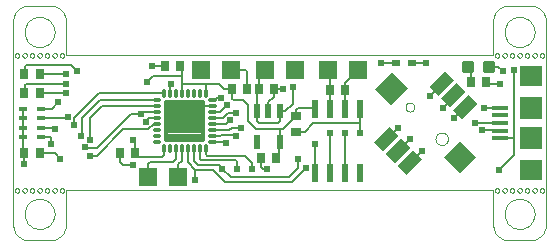
<source format=gtl>
G75*
%MOIN*%
%OFA0B0*%
%FSLAX24Y24*%
%IPPOS*%
%LPD*%
%AMOC8*
5,1,8,0,0,1.08239X$1,22.5*
%
%ADD10C,0.0000*%
%ADD11R,0.0728X0.0433*%
%ADD12R,0.0787X0.0748*%
%ADD13R,0.0551X0.0138*%
%ADD14R,0.0748X0.0709*%
%ADD15R,0.0748X0.0748*%
%ADD16R,0.0236X0.0610*%
%ADD17R,0.0217X0.0472*%
%ADD18C,0.0118*%
%ADD19R,0.0600X0.0600*%
%ADD20R,0.0276X0.0197*%
%ADD21R,0.0276X0.0354*%
%ADD22R,0.0354X0.0276*%
%ADD23C,0.0138*%
%ADD24R,0.0276X0.0177*%
%ADD25C,0.0240*%
%ADD26C,0.0080*%
D10*
X004943Y002737D02*
X005693Y002737D01*
X005737Y002739D01*
X005780Y002745D01*
X005822Y002754D01*
X005864Y002767D01*
X005904Y002784D01*
X005943Y002804D01*
X005980Y002827D01*
X006014Y002854D01*
X006047Y002883D01*
X006076Y002916D01*
X006103Y002950D01*
X006126Y002987D01*
X006146Y003026D01*
X006163Y003066D01*
X006176Y003108D01*
X006185Y003150D01*
X006191Y003193D01*
X006193Y003237D01*
X006193Y004393D01*
X020443Y004393D01*
X020443Y003237D01*
X020445Y003193D01*
X020451Y003150D01*
X020460Y003108D01*
X020473Y003066D01*
X020490Y003026D01*
X020510Y002987D01*
X020533Y002950D01*
X020560Y002916D01*
X020589Y002883D01*
X020622Y002854D01*
X020656Y002827D01*
X020693Y002804D01*
X020732Y002784D01*
X020772Y002767D01*
X020814Y002754D01*
X020856Y002745D01*
X020899Y002739D01*
X020943Y002737D01*
X021693Y002737D01*
X021737Y002739D01*
X021780Y002745D01*
X021822Y002754D01*
X021864Y002767D01*
X021904Y002784D01*
X021943Y002804D01*
X021980Y002827D01*
X022014Y002854D01*
X022047Y002883D01*
X022076Y002916D01*
X022103Y002950D01*
X022126Y002987D01*
X022146Y003026D01*
X022163Y003066D01*
X022176Y003108D01*
X022185Y003150D01*
X022191Y003193D01*
X022193Y003237D01*
X022193Y010050D01*
X022191Y010094D01*
X022185Y010137D01*
X022176Y010179D01*
X022163Y010221D01*
X022146Y010261D01*
X022126Y010300D01*
X022103Y010337D01*
X022076Y010371D01*
X022047Y010404D01*
X022014Y010433D01*
X021980Y010460D01*
X021943Y010483D01*
X021904Y010503D01*
X021864Y010520D01*
X021822Y010533D01*
X021780Y010542D01*
X021737Y010548D01*
X021693Y010550D01*
X020943Y010550D01*
X020899Y010548D01*
X020856Y010542D01*
X020814Y010533D01*
X020772Y010520D01*
X020732Y010503D01*
X020693Y010483D01*
X020656Y010460D01*
X020622Y010433D01*
X020589Y010404D01*
X020560Y010371D01*
X020533Y010337D01*
X020510Y010300D01*
X020490Y010261D01*
X020473Y010221D01*
X020460Y010179D01*
X020451Y010137D01*
X020445Y010094D01*
X020443Y010050D01*
X020443Y008893D01*
X006193Y008893D01*
X006193Y010050D01*
X006191Y010094D01*
X006185Y010137D01*
X006176Y010179D01*
X006163Y010221D01*
X006146Y010261D01*
X006126Y010300D01*
X006103Y010337D01*
X006076Y010371D01*
X006047Y010404D01*
X006014Y010433D01*
X005980Y010460D01*
X005943Y010483D01*
X005904Y010503D01*
X005864Y010520D01*
X005822Y010533D01*
X005780Y010542D01*
X005737Y010548D01*
X005693Y010550D01*
X004943Y010550D01*
X004899Y010548D01*
X004856Y010542D01*
X004814Y010533D01*
X004772Y010520D01*
X004732Y010503D01*
X004693Y010483D01*
X004656Y010460D01*
X004622Y010433D01*
X004589Y010404D01*
X004560Y010371D01*
X004533Y010337D01*
X004510Y010300D01*
X004490Y010261D01*
X004473Y010221D01*
X004460Y010179D01*
X004451Y010137D01*
X004445Y010094D01*
X004443Y010050D01*
X004443Y003237D01*
X004445Y003193D01*
X004451Y003150D01*
X004460Y003108D01*
X004473Y003066D01*
X004490Y003026D01*
X004510Y002987D01*
X004533Y002950D01*
X004560Y002916D01*
X004589Y002883D01*
X004622Y002854D01*
X004656Y002827D01*
X004693Y002804D01*
X004732Y002784D01*
X004772Y002767D01*
X004814Y002754D01*
X004856Y002745D01*
X004899Y002739D01*
X004943Y002737D01*
X004818Y003612D02*
X004820Y003656D01*
X004826Y003700D01*
X004836Y003743D01*
X004849Y003785D01*
X004866Y003826D01*
X004887Y003865D01*
X004911Y003902D01*
X004938Y003937D01*
X004968Y003969D01*
X005001Y003999D01*
X005037Y004025D01*
X005074Y004049D01*
X005114Y004068D01*
X005155Y004085D01*
X005198Y004097D01*
X005241Y004106D01*
X005285Y004111D01*
X005329Y004112D01*
X005373Y004109D01*
X005417Y004102D01*
X005460Y004091D01*
X005502Y004077D01*
X005542Y004059D01*
X005581Y004037D01*
X005617Y004013D01*
X005651Y003985D01*
X005683Y003954D01*
X005712Y003920D01*
X005738Y003884D01*
X005760Y003846D01*
X005779Y003806D01*
X005794Y003764D01*
X005806Y003722D01*
X005814Y003678D01*
X005818Y003634D01*
X005818Y003590D01*
X005814Y003546D01*
X005806Y003502D01*
X005794Y003460D01*
X005779Y003418D01*
X005760Y003378D01*
X005738Y003340D01*
X005712Y003304D01*
X005683Y003270D01*
X005651Y003239D01*
X005617Y003211D01*
X005581Y003187D01*
X005542Y003165D01*
X005502Y003147D01*
X005460Y003133D01*
X005417Y003122D01*
X005373Y003115D01*
X005329Y003112D01*
X005285Y003113D01*
X005241Y003118D01*
X005198Y003127D01*
X005155Y003139D01*
X005114Y003156D01*
X005074Y003175D01*
X005037Y003199D01*
X005001Y003225D01*
X004968Y003255D01*
X004938Y003287D01*
X004911Y003322D01*
X004887Y003359D01*
X004866Y003398D01*
X004849Y003439D01*
X004836Y003481D01*
X004826Y003524D01*
X004820Y003568D01*
X004818Y003612D01*
X004743Y004393D02*
X004745Y004410D01*
X004750Y004426D01*
X004759Y004440D01*
X004771Y004452D01*
X004785Y004461D01*
X004801Y004466D01*
X004818Y004468D01*
X004835Y004466D01*
X004851Y004461D01*
X004865Y004452D01*
X004877Y004440D01*
X004886Y004426D01*
X004891Y004410D01*
X004893Y004393D01*
X004891Y004376D01*
X004886Y004360D01*
X004877Y004346D01*
X004865Y004334D01*
X004851Y004325D01*
X004835Y004320D01*
X004818Y004318D01*
X004801Y004320D01*
X004785Y004325D01*
X004771Y004334D01*
X004759Y004346D01*
X004750Y004360D01*
X004745Y004376D01*
X004743Y004393D01*
X004493Y004393D02*
X004495Y004410D01*
X004500Y004426D01*
X004509Y004440D01*
X004521Y004452D01*
X004535Y004461D01*
X004551Y004466D01*
X004568Y004468D01*
X004585Y004466D01*
X004601Y004461D01*
X004615Y004452D01*
X004627Y004440D01*
X004636Y004426D01*
X004641Y004410D01*
X004643Y004393D01*
X004641Y004376D01*
X004636Y004360D01*
X004627Y004346D01*
X004615Y004334D01*
X004601Y004325D01*
X004585Y004320D01*
X004568Y004318D01*
X004551Y004320D01*
X004535Y004325D01*
X004521Y004334D01*
X004509Y004346D01*
X004500Y004360D01*
X004495Y004376D01*
X004493Y004393D01*
X004993Y004393D02*
X004995Y004410D01*
X005000Y004426D01*
X005009Y004440D01*
X005021Y004452D01*
X005035Y004461D01*
X005051Y004466D01*
X005068Y004468D01*
X005085Y004466D01*
X005101Y004461D01*
X005115Y004452D01*
X005127Y004440D01*
X005136Y004426D01*
X005141Y004410D01*
X005143Y004393D01*
X005141Y004376D01*
X005136Y004360D01*
X005127Y004346D01*
X005115Y004334D01*
X005101Y004325D01*
X005085Y004320D01*
X005068Y004318D01*
X005051Y004320D01*
X005035Y004325D01*
X005021Y004334D01*
X005009Y004346D01*
X005000Y004360D01*
X004995Y004376D01*
X004993Y004393D01*
X005243Y004393D02*
X005245Y004410D01*
X005250Y004426D01*
X005259Y004440D01*
X005271Y004452D01*
X005285Y004461D01*
X005301Y004466D01*
X005318Y004468D01*
X005335Y004466D01*
X005351Y004461D01*
X005365Y004452D01*
X005377Y004440D01*
X005386Y004426D01*
X005391Y004410D01*
X005393Y004393D01*
X005391Y004376D01*
X005386Y004360D01*
X005377Y004346D01*
X005365Y004334D01*
X005351Y004325D01*
X005335Y004320D01*
X005318Y004318D01*
X005301Y004320D01*
X005285Y004325D01*
X005271Y004334D01*
X005259Y004346D01*
X005250Y004360D01*
X005245Y004376D01*
X005243Y004393D01*
X005493Y004393D02*
X005495Y004410D01*
X005500Y004426D01*
X005509Y004440D01*
X005521Y004452D01*
X005535Y004461D01*
X005551Y004466D01*
X005568Y004468D01*
X005585Y004466D01*
X005601Y004461D01*
X005615Y004452D01*
X005627Y004440D01*
X005636Y004426D01*
X005641Y004410D01*
X005643Y004393D01*
X005641Y004376D01*
X005636Y004360D01*
X005627Y004346D01*
X005615Y004334D01*
X005601Y004325D01*
X005585Y004320D01*
X005568Y004318D01*
X005551Y004320D01*
X005535Y004325D01*
X005521Y004334D01*
X005509Y004346D01*
X005500Y004360D01*
X005495Y004376D01*
X005493Y004393D01*
X005743Y004393D02*
X005745Y004410D01*
X005750Y004426D01*
X005759Y004440D01*
X005771Y004452D01*
X005785Y004461D01*
X005801Y004466D01*
X005818Y004468D01*
X005835Y004466D01*
X005851Y004461D01*
X005865Y004452D01*
X005877Y004440D01*
X005886Y004426D01*
X005891Y004410D01*
X005893Y004393D01*
X005891Y004376D01*
X005886Y004360D01*
X005877Y004346D01*
X005865Y004334D01*
X005851Y004325D01*
X005835Y004320D01*
X005818Y004318D01*
X005801Y004320D01*
X005785Y004325D01*
X005771Y004334D01*
X005759Y004346D01*
X005750Y004360D01*
X005745Y004376D01*
X005743Y004393D01*
X005993Y004393D02*
X005995Y004410D01*
X006000Y004426D01*
X006009Y004440D01*
X006021Y004452D01*
X006035Y004461D01*
X006051Y004466D01*
X006068Y004468D01*
X006085Y004466D01*
X006101Y004461D01*
X006115Y004452D01*
X006127Y004440D01*
X006136Y004426D01*
X006141Y004410D01*
X006143Y004393D01*
X006141Y004376D01*
X006136Y004360D01*
X006127Y004346D01*
X006115Y004334D01*
X006101Y004325D01*
X006085Y004320D01*
X006068Y004318D01*
X006051Y004320D01*
X006035Y004325D01*
X006021Y004334D01*
X006009Y004346D01*
X006000Y004360D01*
X005995Y004376D01*
X005993Y004393D01*
X005993Y008893D02*
X005995Y008910D01*
X006000Y008926D01*
X006009Y008940D01*
X006021Y008952D01*
X006035Y008961D01*
X006051Y008966D01*
X006068Y008968D01*
X006085Y008966D01*
X006101Y008961D01*
X006115Y008952D01*
X006127Y008940D01*
X006136Y008926D01*
X006141Y008910D01*
X006143Y008893D01*
X006141Y008876D01*
X006136Y008860D01*
X006127Y008846D01*
X006115Y008834D01*
X006101Y008825D01*
X006085Y008820D01*
X006068Y008818D01*
X006051Y008820D01*
X006035Y008825D01*
X006021Y008834D01*
X006009Y008846D01*
X006000Y008860D01*
X005995Y008876D01*
X005993Y008893D01*
X005743Y008893D02*
X005745Y008910D01*
X005750Y008926D01*
X005759Y008940D01*
X005771Y008952D01*
X005785Y008961D01*
X005801Y008966D01*
X005818Y008968D01*
X005835Y008966D01*
X005851Y008961D01*
X005865Y008952D01*
X005877Y008940D01*
X005886Y008926D01*
X005891Y008910D01*
X005893Y008893D01*
X005891Y008876D01*
X005886Y008860D01*
X005877Y008846D01*
X005865Y008834D01*
X005851Y008825D01*
X005835Y008820D01*
X005818Y008818D01*
X005801Y008820D01*
X005785Y008825D01*
X005771Y008834D01*
X005759Y008846D01*
X005750Y008860D01*
X005745Y008876D01*
X005743Y008893D01*
X005493Y008893D02*
X005495Y008910D01*
X005500Y008926D01*
X005509Y008940D01*
X005521Y008952D01*
X005535Y008961D01*
X005551Y008966D01*
X005568Y008968D01*
X005585Y008966D01*
X005601Y008961D01*
X005615Y008952D01*
X005627Y008940D01*
X005636Y008926D01*
X005641Y008910D01*
X005643Y008893D01*
X005641Y008876D01*
X005636Y008860D01*
X005627Y008846D01*
X005615Y008834D01*
X005601Y008825D01*
X005585Y008820D01*
X005568Y008818D01*
X005551Y008820D01*
X005535Y008825D01*
X005521Y008834D01*
X005509Y008846D01*
X005500Y008860D01*
X005495Y008876D01*
X005493Y008893D01*
X005243Y008893D02*
X005245Y008910D01*
X005250Y008926D01*
X005259Y008940D01*
X005271Y008952D01*
X005285Y008961D01*
X005301Y008966D01*
X005318Y008968D01*
X005335Y008966D01*
X005351Y008961D01*
X005365Y008952D01*
X005377Y008940D01*
X005386Y008926D01*
X005391Y008910D01*
X005393Y008893D01*
X005391Y008876D01*
X005386Y008860D01*
X005377Y008846D01*
X005365Y008834D01*
X005351Y008825D01*
X005335Y008820D01*
X005318Y008818D01*
X005301Y008820D01*
X005285Y008825D01*
X005271Y008834D01*
X005259Y008846D01*
X005250Y008860D01*
X005245Y008876D01*
X005243Y008893D01*
X004993Y008893D02*
X004995Y008910D01*
X005000Y008926D01*
X005009Y008940D01*
X005021Y008952D01*
X005035Y008961D01*
X005051Y008966D01*
X005068Y008968D01*
X005085Y008966D01*
X005101Y008961D01*
X005115Y008952D01*
X005127Y008940D01*
X005136Y008926D01*
X005141Y008910D01*
X005143Y008893D01*
X005141Y008876D01*
X005136Y008860D01*
X005127Y008846D01*
X005115Y008834D01*
X005101Y008825D01*
X005085Y008820D01*
X005068Y008818D01*
X005051Y008820D01*
X005035Y008825D01*
X005021Y008834D01*
X005009Y008846D01*
X005000Y008860D01*
X004995Y008876D01*
X004993Y008893D01*
X004743Y008893D02*
X004745Y008910D01*
X004750Y008926D01*
X004759Y008940D01*
X004771Y008952D01*
X004785Y008961D01*
X004801Y008966D01*
X004818Y008968D01*
X004835Y008966D01*
X004851Y008961D01*
X004865Y008952D01*
X004877Y008940D01*
X004886Y008926D01*
X004891Y008910D01*
X004893Y008893D01*
X004891Y008876D01*
X004886Y008860D01*
X004877Y008846D01*
X004865Y008834D01*
X004851Y008825D01*
X004835Y008820D01*
X004818Y008818D01*
X004801Y008820D01*
X004785Y008825D01*
X004771Y008834D01*
X004759Y008846D01*
X004750Y008860D01*
X004745Y008876D01*
X004743Y008893D01*
X004493Y008893D02*
X004495Y008910D01*
X004500Y008926D01*
X004509Y008940D01*
X004521Y008952D01*
X004535Y008961D01*
X004551Y008966D01*
X004568Y008968D01*
X004585Y008966D01*
X004601Y008961D01*
X004615Y008952D01*
X004627Y008940D01*
X004636Y008926D01*
X004641Y008910D01*
X004643Y008893D01*
X004641Y008876D01*
X004636Y008860D01*
X004627Y008846D01*
X004615Y008834D01*
X004601Y008825D01*
X004585Y008820D01*
X004568Y008818D01*
X004551Y008820D01*
X004535Y008825D01*
X004521Y008834D01*
X004509Y008846D01*
X004500Y008860D01*
X004495Y008876D01*
X004493Y008893D01*
X004818Y009675D02*
X004820Y009719D01*
X004826Y009763D01*
X004836Y009806D01*
X004849Y009848D01*
X004866Y009889D01*
X004887Y009928D01*
X004911Y009965D01*
X004938Y010000D01*
X004968Y010032D01*
X005001Y010062D01*
X005037Y010088D01*
X005074Y010112D01*
X005114Y010131D01*
X005155Y010148D01*
X005198Y010160D01*
X005241Y010169D01*
X005285Y010174D01*
X005329Y010175D01*
X005373Y010172D01*
X005417Y010165D01*
X005460Y010154D01*
X005502Y010140D01*
X005542Y010122D01*
X005581Y010100D01*
X005617Y010076D01*
X005651Y010048D01*
X005683Y010017D01*
X005712Y009983D01*
X005738Y009947D01*
X005760Y009909D01*
X005779Y009869D01*
X005794Y009827D01*
X005806Y009785D01*
X005814Y009741D01*
X005818Y009697D01*
X005818Y009653D01*
X005814Y009609D01*
X005806Y009565D01*
X005794Y009523D01*
X005779Y009481D01*
X005760Y009441D01*
X005738Y009403D01*
X005712Y009367D01*
X005683Y009333D01*
X005651Y009302D01*
X005617Y009274D01*
X005581Y009250D01*
X005542Y009228D01*
X005502Y009210D01*
X005460Y009196D01*
X005417Y009185D01*
X005373Y009178D01*
X005329Y009175D01*
X005285Y009176D01*
X005241Y009181D01*
X005198Y009190D01*
X005155Y009202D01*
X005114Y009219D01*
X005074Y009238D01*
X005037Y009262D01*
X005001Y009288D01*
X004968Y009318D01*
X004938Y009350D01*
X004911Y009385D01*
X004887Y009422D01*
X004866Y009461D01*
X004849Y009502D01*
X004836Y009544D01*
X004826Y009587D01*
X004820Y009631D01*
X004818Y009675D01*
X017516Y007172D02*
X017518Y007196D01*
X017524Y007219D01*
X017533Y007241D01*
X017546Y007261D01*
X017561Y007279D01*
X017580Y007294D01*
X017601Y007306D01*
X017623Y007314D01*
X017646Y007319D01*
X017670Y007320D01*
X017694Y007317D01*
X017716Y007310D01*
X017738Y007300D01*
X017758Y007287D01*
X017775Y007270D01*
X017789Y007251D01*
X017800Y007230D01*
X017808Y007207D01*
X017812Y007184D01*
X017812Y007160D01*
X017808Y007137D01*
X017800Y007114D01*
X017789Y007093D01*
X017775Y007074D01*
X017758Y007057D01*
X017738Y007044D01*
X017716Y007034D01*
X017694Y007027D01*
X017670Y007024D01*
X017646Y007025D01*
X017623Y007030D01*
X017601Y007038D01*
X017580Y007050D01*
X017561Y007065D01*
X017546Y007083D01*
X017533Y007103D01*
X017524Y007125D01*
X017518Y007148D01*
X017516Y007172D01*
X018515Y006114D02*
X018517Y006142D01*
X018523Y006170D01*
X018532Y006196D01*
X018545Y006222D01*
X018561Y006245D01*
X018581Y006265D01*
X018603Y006283D01*
X018627Y006298D01*
X018653Y006309D01*
X018680Y006317D01*
X018708Y006321D01*
X018736Y006321D01*
X018764Y006317D01*
X018791Y006309D01*
X018817Y006298D01*
X018841Y006283D01*
X018863Y006265D01*
X018883Y006245D01*
X018899Y006222D01*
X018912Y006196D01*
X018921Y006170D01*
X018927Y006142D01*
X018929Y006114D01*
X018927Y006086D01*
X018921Y006058D01*
X018912Y006032D01*
X018899Y006006D01*
X018883Y005983D01*
X018863Y005963D01*
X018841Y005945D01*
X018817Y005930D01*
X018791Y005919D01*
X018764Y005911D01*
X018736Y005907D01*
X018708Y005907D01*
X018680Y005911D01*
X018653Y005919D01*
X018627Y005930D01*
X018603Y005945D01*
X018581Y005963D01*
X018561Y005983D01*
X018545Y006006D01*
X018532Y006032D01*
X018523Y006058D01*
X018517Y006086D01*
X018515Y006114D01*
X020493Y004393D02*
X020495Y004410D01*
X020500Y004426D01*
X020509Y004440D01*
X020521Y004452D01*
X020535Y004461D01*
X020551Y004466D01*
X020568Y004468D01*
X020585Y004466D01*
X020601Y004461D01*
X020615Y004452D01*
X020627Y004440D01*
X020636Y004426D01*
X020641Y004410D01*
X020643Y004393D01*
X020641Y004376D01*
X020636Y004360D01*
X020627Y004346D01*
X020615Y004334D01*
X020601Y004325D01*
X020585Y004320D01*
X020568Y004318D01*
X020551Y004320D01*
X020535Y004325D01*
X020521Y004334D01*
X020509Y004346D01*
X020500Y004360D01*
X020495Y004376D01*
X020493Y004393D01*
X020743Y004393D02*
X020745Y004410D01*
X020750Y004426D01*
X020759Y004440D01*
X020771Y004452D01*
X020785Y004461D01*
X020801Y004466D01*
X020818Y004468D01*
X020835Y004466D01*
X020851Y004461D01*
X020865Y004452D01*
X020877Y004440D01*
X020886Y004426D01*
X020891Y004410D01*
X020893Y004393D01*
X020891Y004376D01*
X020886Y004360D01*
X020877Y004346D01*
X020865Y004334D01*
X020851Y004325D01*
X020835Y004320D01*
X020818Y004318D01*
X020801Y004320D01*
X020785Y004325D01*
X020771Y004334D01*
X020759Y004346D01*
X020750Y004360D01*
X020745Y004376D01*
X020743Y004393D01*
X020993Y004393D02*
X020995Y004410D01*
X021000Y004426D01*
X021009Y004440D01*
X021021Y004452D01*
X021035Y004461D01*
X021051Y004466D01*
X021068Y004468D01*
X021085Y004466D01*
X021101Y004461D01*
X021115Y004452D01*
X021127Y004440D01*
X021136Y004426D01*
X021141Y004410D01*
X021143Y004393D01*
X021141Y004376D01*
X021136Y004360D01*
X021127Y004346D01*
X021115Y004334D01*
X021101Y004325D01*
X021085Y004320D01*
X021068Y004318D01*
X021051Y004320D01*
X021035Y004325D01*
X021021Y004334D01*
X021009Y004346D01*
X021000Y004360D01*
X020995Y004376D01*
X020993Y004393D01*
X021243Y004393D02*
X021245Y004410D01*
X021250Y004426D01*
X021259Y004440D01*
X021271Y004452D01*
X021285Y004461D01*
X021301Y004466D01*
X021318Y004468D01*
X021335Y004466D01*
X021351Y004461D01*
X021365Y004452D01*
X021377Y004440D01*
X021386Y004426D01*
X021391Y004410D01*
X021393Y004393D01*
X021391Y004376D01*
X021386Y004360D01*
X021377Y004346D01*
X021365Y004334D01*
X021351Y004325D01*
X021335Y004320D01*
X021318Y004318D01*
X021301Y004320D01*
X021285Y004325D01*
X021271Y004334D01*
X021259Y004346D01*
X021250Y004360D01*
X021245Y004376D01*
X021243Y004393D01*
X021493Y004393D02*
X021495Y004410D01*
X021500Y004426D01*
X021509Y004440D01*
X021521Y004452D01*
X021535Y004461D01*
X021551Y004466D01*
X021568Y004468D01*
X021585Y004466D01*
X021601Y004461D01*
X021615Y004452D01*
X021627Y004440D01*
X021636Y004426D01*
X021641Y004410D01*
X021643Y004393D01*
X021641Y004376D01*
X021636Y004360D01*
X021627Y004346D01*
X021615Y004334D01*
X021601Y004325D01*
X021585Y004320D01*
X021568Y004318D01*
X021551Y004320D01*
X021535Y004325D01*
X021521Y004334D01*
X021509Y004346D01*
X021500Y004360D01*
X021495Y004376D01*
X021493Y004393D01*
X021743Y004393D02*
X021745Y004410D01*
X021750Y004426D01*
X021759Y004440D01*
X021771Y004452D01*
X021785Y004461D01*
X021801Y004466D01*
X021818Y004468D01*
X021835Y004466D01*
X021851Y004461D01*
X021865Y004452D01*
X021877Y004440D01*
X021886Y004426D01*
X021891Y004410D01*
X021893Y004393D01*
X021891Y004376D01*
X021886Y004360D01*
X021877Y004346D01*
X021865Y004334D01*
X021851Y004325D01*
X021835Y004320D01*
X021818Y004318D01*
X021801Y004320D01*
X021785Y004325D01*
X021771Y004334D01*
X021759Y004346D01*
X021750Y004360D01*
X021745Y004376D01*
X021743Y004393D01*
X021993Y004393D02*
X021995Y004410D01*
X022000Y004426D01*
X022009Y004440D01*
X022021Y004452D01*
X022035Y004461D01*
X022051Y004466D01*
X022068Y004468D01*
X022085Y004466D01*
X022101Y004461D01*
X022115Y004452D01*
X022127Y004440D01*
X022136Y004426D01*
X022141Y004410D01*
X022143Y004393D01*
X022141Y004376D01*
X022136Y004360D01*
X022127Y004346D01*
X022115Y004334D01*
X022101Y004325D01*
X022085Y004320D01*
X022068Y004318D01*
X022051Y004320D01*
X022035Y004325D01*
X022021Y004334D01*
X022009Y004346D01*
X022000Y004360D01*
X021995Y004376D01*
X021993Y004393D01*
X020818Y003612D02*
X020820Y003656D01*
X020826Y003700D01*
X020836Y003743D01*
X020849Y003785D01*
X020866Y003826D01*
X020887Y003865D01*
X020911Y003902D01*
X020938Y003937D01*
X020968Y003969D01*
X021001Y003999D01*
X021037Y004025D01*
X021074Y004049D01*
X021114Y004068D01*
X021155Y004085D01*
X021198Y004097D01*
X021241Y004106D01*
X021285Y004111D01*
X021329Y004112D01*
X021373Y004109D01*
X021417Y004102D01*
X021460Y004091D01*
X021502Y004077D01*
X021542Y004059D01*
X021581Y004037D01*
X021617Y004013D01*
X021651Y003985D01*
X021683Y003954D01*
X021712Y003920D01*
X021738Y003884D01*
X021760Y003846D01*
X021779Y003806D01*
X021794Y003764D01*
X021806Y003722D01*
X021814Y003678D01*
X021818Y003634D01*
X021818Y003590D01*
X021814Y003546D01*
X021806Y003502D01*
X021794Y003460D01*
X021779Y003418D01*
X021760Y003378D01*
X021738Y003340D01*
X021712Y003304D01*
X021683Y003270D01*
X021651Y003239D01*
X021617Y003211D01*
X021581Y003187D01*
X021542Y003165D01*
X021502Y003147D01*
X021460Y003133D01*
X021417Y003122D01*
X021373Y003115D01*
X021329Y003112D01*
X021285Y003113D01*
X021241Y003118D01*
X021198Y003127D01*
X021155Y003139D01*
X021114Y003156D01*
X021074Y003175D01*
X021037Y003199D01*
X021001Y003225D01*
X020968Y003255D01*
X020938Y003287D01*
X020911Y003322D01*
X020887Y003359D01*
X020866Y003398D01*
X020849Y003439D01*
X020836Y003481D01*
X020826Y003524D01*
X020820Y003568D01*
X020818Y003612D01*
X020743Y008893D02*
X020745Y008910D01*
X020750Y008926D01*
X020759Y008940D01*
X020771Y008952D01*
X020785Y008961D01*
X020801Y008966D01*
X020818Y008968D01*
X020835Y008966D01*
X020851Y008961D01*
X020865Y008952D01*
X020877Y008940D01*
X020886Y008926D01*
X020891Y008910D01*
X020893Y008893D01*
X020891Y008876D01*
X020886Y008860D01*
X020877Y008846D01*
X020865Y008834D01*
X020851Y008825D01*
X020835Y008820D01*
X020818Y008818D01*
X020801Y008820D01*
X020785Y008825D01*
X020771Y008834D01*
X020759Y008846D01*
X020750Y008860D01*
X020745Y008876D01*
X020743Y008893D01*
X020493Y008893D02*
X020495Y008910D01*
X020500Y008926D01*
X020509Y008940D01*
X020521Y008952D01*
X020535Y008961D01*
X020551Y008966D01*
X020568Y008968D01*
X020585Y008966D01*
X020601Y008961D01*
X020615Y008952D01*
X020627Y008940D01*
X020636Y008926D01*
X020641Y008910D01*
X020643Y008893D01*
X020641Y008876D01*
X020636Y008860D01*
X020627Y008846D01*
X020615Y008834D01*
X020601Y008825D01*
X020585Y008820D01*
X020568Y008818D01*
X020551Y008820D01*
X020535Y008825D01*
X020521Y008834D01*
X020509Y008846D01*
X020500Y008860D01*
X020495Y008876D01*
X020493Y008893D01*
X020993Y008893D02*
X020995Y008910D01*
X021000Y008926D01*
X021009Y008940D01*
X021021Y008952D01*
X021035Y008961D01*
X021051Y008966D01*
X021068Y008968D01*
X021085Y008966D01*
X021101Y008961D01*
X021115Y008952D01*
X021127Y008940D01*
X021136Y008926D01*
X021141Y008910D01*
X021143Y008893D01*
X021141Y008876D01*
X021136Y008860D01*
X021127Y008846D01*
X021115Y008834D01*
X021101Y008825D01*
X021085Y008820D01*
X021068Y008818D01*
X021051Y008820D01*
X021035Y008825D01*
X021021Y008834D01*
X021009Y008846D01*
X021000Y008860D01*
X020995Y008876D01*
X020993Y008893D01*
X021243Y008893D02*
X021245Y008910D01*
X021250Y008926D01*
X021259Y008940D01*
X021271Y008952D01*
X021285Y008961D01*
X021301Y008966D01*
X021318Y008968D01*
X021335Y008966D01*
X021351Y008961D01*
X021365Y008952D01*
X021377Y008940D01*
X021386Y008926D01*
X021391Y008910D01*
X021393Y008893D01*
X021391Y008876D01*
X021386Y008860D01*
X021377Y008846D01*
X021365Y008834D01*
X021351Y008825D01*
X021335Y008820D01*
X021318Y008818D01*
X021301Y008820D01*
X021285Y008825D01*
X021271Y008834D01*
X021259Y008846D01*
X021250Y008860D01*
X021245Y008876D01*
X021243Y008893D01*
X021493Y008893D02*
X021495Y008910D01*
X021500Y008926D01*
X021509Y008940D01*
X021521Y008952D01*
X021535Y008961D01*
X021551Y008966D01*
X021568Y008968D01*
X021585Y008966D01*
X021601Y008961D01*
X021615Y008952D01*
X021627Y008940D01*
X021636Y008926D01*
X021641Y008910D01*
X021643Y008893D01*
X021641Y008876D01*
X021636Y008860D01*
X021627Y008846D01*
X021615Y008834D01*
X021601Y008825D01*
X021585Y008820D01*
X021568Y008818D01*
X021551Y008820D01*
X021535Y008825D01*
X021521Y008834D01*
X021509Y008846D01*
X021500Y008860D01*
X021495Y008876D01*
X021493Y008893D01*
X021743Y008893D02*
X021745Y008910D01*
X021750Y008926D01*
X021759Y008940D01*
X021771Y008952D01*
X021785Y008961D01*
X021801Y008966D01*
X021818Y008968D01*
X021835Y008966D01*
X021851Y008961D01*
X021865Y008952D01*
X021877Y008940D01*
X021886Y008926D01*
X021891Y008910D01*
X021893Y008893D01*
X021891Y008876D01*
X021886Y008860D01*
X021877Y008846D01*
X021865Y008834D01*
X021851Y008825D01*
X021835Y008820D01*
X021818Y008818D01*
X021801Y008820D01*
X021785Y008825D01*
X021771Y008834D01*
X021759Y008846D01*
X021750Y008860D01*
X021745Y008876D01*
X021743Y008893D01*
X021993Y008893D02*
X021995Y008910D01*
X022000Y008926D01*
X022009Y008940D01*
X022021Y008952D01*
X022035Y008961D01*
X022051Y008966D01*
X022068Y008968D01*
X022085Y008966D01*
X022101Y008961D01*
X022115Y008952D01*
X022127Y008940D01*
X022136Y008926D01*
X022141Y008910D01*
X022143Y008893D01*
X022141Y008876D01*
X022136Y008860D01*
X022127Y008846D01*
X022115Y008834D01*
X022101Y008825D01*
X022085Y008820D01*
X022068Y008818D01*
X022051Y008820D01*
X022035Y008825D01*
X022021Y008834D01*
X022009Y008846D01*
X022000Y008860D01*
X021995Y008876D01*
X021993Y008893D01*
X020818Y009675D02*
X020820Y009719D01*
X020826Y009763D01*
X020836Y009806D01*
X020849Y009848D01*
X020866Y009889D01*
X020887Y009928D01*
X020911Y009965D01*
X020938Y010000D01*
X020968Y010032D01*
X021001Y010062D01*
X021037Y010088D01*
X021074Y010112D01*
X021114Y010131D01*
X021155Y010148D01*
X021198Y010160D01*
X021241Y010169D01*
X021285Y010174D01*
X021329Y010175D01*
X021373Y010172D01*
X021417Y010165D01*
X021460Y010154D01*
X021502Y010140D01*
X021542Y010122D01*
X021581Y010100D01*
X021617Y010076D01*
X021651Y010048D01*
X021683Y010017D01*
X021712Y009983D01*
X021738Y009947D01*
X021760Y009909D01*
X021779Y009869D01*
X021794Y009827D01*
X021806Y009785D01*
X021814Y009741D01*
X021818Y009697D01*
X021818Y009653D01*
X021814Y009609D01*
X021806Y009565D01*
X021794Y009523D01*
X021779Y009481D01*
X021760Y009441D01*
X021738Y009403D01*
X021712Y009367D01*
X021683Y009333D01*
X021651Y009302D01*
X021617Y009274D01*
X021581Y009250D01*
X021542Y009228D01*
X021502Y009210D01*
X021460Y009196D01*
X021417Y009185D01*
X021373Y009178D01*
X021329Y009175D01*
X021285Y009176D01*
X021241Y009181D01*
X021198Y009190D01*
X021155Y009202D01*
X021114Y009219D01*
X021074Y009238D01*
X021037Y009262D01*
X021001Y009288D01*
X020968Y009318D01*
X020938Y009350D01*
X020911Y009385D01*
X020887Y009422D01*
X020866Y009461D01*
X020849Y009502D01*
X020836Y009544D01*
X020826Y009587D01*
X020820Y009631D01*
X020818Y009675D01*
D11*
G36*
X019139Y008063D02*
X018625Y007549D01*
X018319Y007855D01*
X018833Y008369D01*
X019139Y008063D01*
G37*
G36*
X019528Y007673D02*
X019014Y007159D01*
X018708Y007465D01*
X019222Y007979D01*
X019528Y007673D01*
G37*
G36*
X019918Y007283D02*
X019404Y006769D01*
X019098Y007075D01*
X019612Y007589D01*
X019918Y007283D01*
G37*
G36*
X017677Y005822D02*
X017163Y005308D01*
X016857Y005614D01*
X017371Y006128D01*
X017677Y005822D01*
G37*
G36*
X018067Y005432D02*
X017553Y004918D01*
X017247Y005224D01*
X017761Y005738D01*
X018067Y005432D01*
G37*
G36*
X017287Y006211D02*
X016773Y005697D01*
X016467Y006003D01*
X016981Y006517D01*
X017287Y006211D01*
G37*
D12*
G36*
X019876Y005515D02*
X019321Y004960D01*
X018792Y005489D01*
X019347Y006044D01*
X019876Y005515D01*
G37*
G36*
X017593Y007798D02*
X017038Y007243D01*
X016509Y007772D01*
X017064Y008327D01*
X017593Y007798D01*
G37*
D13*
X020650Y007155D03*
X020650Y006899D03*
X020650Y006643D03*
X020650Y006387D03*
X020650Y006131D03*
D14*
X021693Y005069D03*
X021693Y008218D03*
D15*
X021693Y007143D03*
X021693Y006143D03*
D16*
X016005Y007109D03*
X015505Y007109D03*
X015005Y007109D03*
X014505Y007109D03*
X014505Y004983D03*
X015005Y004983D03*
X015505Y004983D03*
X016005Y004983D03*
D17*
X013317Y006006D03*
X012569Y006006D03*
X012569Y007030D03*
X012943Y007030D03*
X013317Y007030D03*
D18*
X011166Y007001D02*
X011008Y007001D01*
X011008Y007198D02*
X011166Y007198D01*
X011166Y007395D02*
X011008Y007395D01*
X010851Y007552D02*
X010851Y007710D01*
X010654Y007710D02*
X010654Y007552D01*
X010457Y007552D02*
X010457Y007710D01*
X010260Y007710D02*
X010260Y007552D01*
X010063Y007552D02*
X010063Y007710D01*
X009866Y007710D02*
X009866Y007552D01*
X009669Y007552D02*
X009669Y007710D01*
X009473Y007710D02*
X009473Y007552D01*
X009315Y007395D02*
X009157Y007395D01*
X009157Y007198D02*
X009315Y007198D01*
X009315Y007001D02*
X009157Y007001D01*
X009157Y006804D02*
X009315Y006804D01*
X009315Y006607D02*
X009157Y006607D01*
X009157Y006411D02*
X009315Y006411D01*
X009315Y006214D02*
X009157Y006214D01*
X009157Y006017D02*
X009315Y006017D01*
X009473Y005860D02*
X009473Y005702D01*
X009669Y005702D02*
X009669Y005860D01*
X009866Y005860D02*
X009866Y005702D01*
X010063Y005702D02*
X010063Y005860D01*
X010260Y005860D02*
X010260Y005702D01*
X010457Y005702D02*
X010457Y005860D01*
X010654Y005860D02*
X010654Y005702D01*
X010851Y005702D02*
X010851Y005860D01*
X011008Y006017D02*
X011166Y006017D01*
X011166Y006214D02*
X011008Y006214D01*
X011008Y006411D02*
X011166Y006411D01*
X011166Y006607D02*
X011008Y006607D01*
X011008Y006804D02*
X011166Y006804D01*
X019460Y008380D02*
X019460Y008656D01*
X019736Y008656D01*
X019736Y008380D01*
X019460Y008380D01*
X019460Y008497D02*
X019736Y008497D01*
X019736Y008614D02*
X019460Y008614D01*
X020150Y008656D02*
X020150Y008380D01*
X020150Y008656D02*
X020426Y008656D01*
X020426Y008380D01*
X020150Y008380D01*
X020150Y008497D02*
X020426Y008497D01*
X020426Y008614D02*
X020150Y008614D01*
D19*
X015943Y008393D03*
X014943Y008393D03*
X013818Y008393D03*
X012818Y008393D03*
X011693Y008393D03*
X010693Y008393D03*
X009943Y004831D03*
X008943Y004831D03*
D20*
X017207Y008643D03*
X017718Y008643D03*
D21*
X019687Y008018D03*
X020199Y008018D03*
X015511Y007737D03*
X014999Y007737D03*
X013136Y007768D03*
X012624Y007768D03*
X012230Y007768D03*
X011718Y007768D03*
X010011Y008550D03*
X009499Y008550D03*
X005324Y008268D03*
X004812Y008268D03*
X004812Y007643D03*
X005324Y007643D03*
X005324Y005643D03*
X004812Y005643D03*
X007999Y005643D03*
X008511Y005643D03*
X012687Y005487D03*
X013199Y005487D03*
D22*
X013880Y006356D03*
X013880Y006868D03*
D23*
X009542Y007326D02*
X009542Y006086D01*
X009542Y007326D02*
X010782Y007326D01*
X010782Y006086D01*
X009542Y006086D01*
X009542Y006223D02*
X010782Y006223D01*
X010782Y006360D02*
X009542Y006360D01*
X009542Y006497D02*
X010782Y006497D01*
X010782Y006634D02*
X009542Y006634D01*
X009542Y006771D02*
X010782Y006771D01*
X010782Y006908D02*
X009542Y006908D01*
X009542Y007045D02*
X010782Y007045D01*
X010782Y007182D02*
X009542Y007182D01*
X009542Y007319D02*
X010782Y007319D01*
D24*
X005373Y007116D03*
X005373Y006801D03*
X005373Y006486D03*
X005373Y006171D03*
X004763Y006171D03*
X004763Y006486D03*
X004763Y006801D03*
X004763Y007116D03*
D25*
X005943Y007331D03*
X006193Y007643D03*
X006193Y007956D03*
X006193Y008268D03*
X006568Y008362D03*
X008912Y008018D03*
X009693Y007956D03*
X009068Y008550D03*
X011380Y007487D03*
X011568Y007237D03*
X011849Y006987D03*
X011662Y006737D03*
X012037Y006487D03*
X011880Y006206D03*
X011537Y005987D03*
X010162Y006706D03*
X008849Y006675D03*
X008693Y006956D03*
X008443Y006081D03*
X007005Y006081D03*
X006818Y005831D03*
X007005Y005550D03*
X006005Y005456D03*
X005693Y005956D03*
X005818Y006456D03*
X006474Y006581D03*
X006255Y006831D03*
X006693Y006206D03*
X008443Y005237D03*
X010505Y004737D03*
X011412Y005113D03*
X011912Y005112D03*
X012412Y005112D03*
X012912Y005112D03*
X013943Y005425D03*
X014193Y005143D03*
X014505Y005956D03*
X015005Y006300D03*
X015505Y006300D03*
X016005Y006300D03*
X017255Y006487D03*
X017662Y006112D03*
X018068Y005706D03*
X019130Y006800D03*
X018755Y007143D03*
X018318Y007550D03*
X019818Y006637D03*
X020068Y006393D03*
X020130Y007143D03*
X020662Y007956D03*
X020755Y008362D03*
X021130Y008419D03*
X021912Y008393D03*
X018193Y008643D03*
X016693Y008643D03*
X013755Y007831D03*
X013443Y007768D03*
X020630Y005081D03*
X021912Y004862D03*
X004787Y005268D03*
D26*
X004787Y005669D01*
X004812Y005643D01*
X004763Y005693D01*
X004763Y006171D01*
X004763Y006801D01*
X004763Y006486D01*
X004763Y006171D01*
X004787Y005700D02*
X004787Y005669D01*
X005324Y005643D02*
X005818Y005643D01*
X006005Y005456D01*
X005693Y005956D02*
X005693Y006143D01*
X005665Y006171D01*
X005373Y006171D01*
X005373Y006486D02*
X005788Y006486D01*
X005818Y006456D01*
X006225Y006801D02*
X005373Y006801D01*
X005373Y007116D02*
X005728Y007116D01*
X005943Y007331D01*
X006193Y007643D02*
X005324Y007643D01*
X004818Y007649D02*
X004818Y007893D01*
X004880Y007956D01*
X006193Y007956D01*
X006193Y008268D02*
X005324Y008268D01*
X004818Y008274D02*
X004818Y008518D01*
X004880Y008581D01*
X006349Y008581D01*
X006568Y008362D01*
X007306Y007631D02*
X006474Y006800D01*
X006474Y006581D01*
X006225Y006801D02*
X006255Y006831D01*
X006724Y006800D02*
X006724Y006237D01*
X006693Y006206D01*
X007005Y006081D02*
X007005Y006813D01*
X007390Y007198D01*
X009236Y007198D01*
X009236Y007001D02*
X008738Y007001D01*
X008693Y006956D01*
X008367Y006956D01*
X007224Y005813D01*
X006836Y005813D01*
X006818Y005831D01*
X007005Y005550D02*
X007216Y005550D01*
X008091Y006425D01*
X008943Y006425D01*
X009126Y006607D01*
X009236Y006607D01*
X009236Y006804D02*
X008979Y006804D01*
X008849Y006675D01*
X008443Y006081D02*
X008511Y006012D01*
X008511Y005643D01*
X008636Y005518D01*
X009412Y005518D01*
X009473Y005579D01*
X009473Y005781D01*
X009866Y005781D02*
X009866Y005442D01*
X009755Y005331D01*
X009005Y005331D01*
X008943Y005268D01*
X008943Y004831D01*
X008443Y005237D02*
X008099Y005237D01*
X008005Y005331D01*
X008005Y005637D01*
X007999Y005643D01*
X009943Y005268D02*
X009943Y004831D01*
X009943Y005268D02*
X010063Y005389D01*
X010063Y005781D01*
X010260Y005781D02*
X010260Y005326D01*
X010505Y005081D01*
X010505Y004737D01*
X010505Y005081D02*
X011099Y005081D01*
X011505Y004675D01*
X013724Y004675D01*
X014193Y005143D01*
X014505Y004983D02*
X014505Y005956D01*
X015005Y006300D02*
X015005Y004983D01*
X015505Y004983D02*
X015505Y006300D01*
X016005Y006300D02*
X016005Y006643D01*
X016005Y007109D01*
X015505Y007109D02*
X015505Y007731D01*
X015511Y007737D01*
X015511Y007962D01*
X015943Y008393D01*
X016693Y008643D02*
X017207Y008643D01*
X017718Y008643D02*
X018193Y008643D01*
X018727Y007959D02*
X018318Y007550D01*
X018727Y007959D02*
X018729Y007959D01*
X019118Y007569D02*
X019118Y007506D01*
X018755Y007143D01*
X019130Y006800D02*
X019508Y007177D01*
X019508Y007179D01*
X020130Y007143D02*
X020142Y007155D01*
X020650Y007155D01*
X020650Y006643D02*
X020643Y006637D01*
X019818Y006637D01*
X020068Y006393D02*
X020644Y006393D01*
X020650Y006387D01*
X020650Y006131D02*
X021119Y006131D01*
X021130Y006143D01*
X021130Y005581D01*
X020630Y005081D01*
X021693Y005069D02*
X021705Y005069D01*
X021912Y004862D01*
X021130Y006143D02*
X021130Y008419D01*
X020755Y008362D02*
X020599Y008518D01*
X020288Y008518D01*
X019687Y008429D02*
X019598Y008518D01*
X019687Y008429D02*
X019687Y008018D01*
X020193Y008012D02*
X020199Y008018D01*
X020261Y007956D01*
X020662Y007956D01*
X021693Y008218D02*
X021705Y008206D01*
X021755Y008206D01*
X021755Y008237D01*
X021912Y008393D01*
X017662Y006112D02*
X017267Y005718D01*
X017627Y005328D02*
X017657Y005328D01*
X017690Y005328D01*
X018068Y005706D01*
X017255Y006485D02*
X016877Y006107D01*
X017255Y006485D02*
X017255Y006487D01*
X016005Y006643D02*
X014443Y006643D01*
X014156Y006356D01*
X013880Y006356D01*
X013437Y006425D02*
X013880Y006868D01*
X013880Y007081D01*
X013943Y007143D01*
X014471Y007143D01*
X014505Y007109D01*
X015005Y007109D02*
X015005Y007731D01*
X014999Y007737D01*
X014999Y008337D01*
X014943Y008393D01*
X013755Y007831D02*
X013755Y007287D01*
X013498Y007030D01*
X013317Y007030D01*
X013317Y006705D01*
X013255Y006643D01*
X012630Y006643D01*
X012568Y006706D01*
X012568Y007031D01*
X012569Y007030D01*
X012569Y007713D01*
X012624Y007768D01*
X012624Y008200D01*
X012818Y008393D01*
X012230Y008356D02*
X012193Y008393D01*
X011693Y008393D01*
X012230Y008356D02*
X012230Y007768D01*
X011724Y007762D02*
X011718Y007768D01*
X011474Y007768D01*
X011287Y007956D01*
X010851Y007956D01*
X010851Y007631D01*
X010851Y007956D02*
X010063Y007956D01*
X010063Y008206D01*
X009099Y008206D01*
X008912Y008018D01*
X009473Y007631D02*
X007306Y007631D01*
X007319Y007395D02*
X006724Y006800D01*
X007319Y007395D02*
X009236Y007395D01*
X009669Y007631D02*
X009669Y007932D01*
X009693Y007956D01*
X010063Y007956D02*
X010063Y007631D01*
X010074Y007620D01*
X010063Y008206D02*
X010063Y008498D01*
X010011Y008550D01*
X009499Y008550D02*
X009068Y008550D01*
X011087Y007395D02*
X011087Y007381D01*
X011193Y007487D01*
X011380Y007487D01*
X011568Y007237D02*
X011332Y007001D01*
X011087Y007001D01*
X011087Y007198D02*
X010654Y007198D01*
X010162Y006706D01*
X011087Y006804D02*
X011416Y006804D01*
X011599Y006987D01*
X011849Y006987D01*
X011662Y006737D02*
X011532Y006607D01*
X011087Y006607D01*
X011087Y006411D02*
X011648Y006411D01*
X011724Y006487D01*
X012037Y006487D01*
X012255Y006706D02*
X012255Y007248D01*
X012110Y007393D01*
X011787Y007393D01*
X011724Y007456D01*
X011724Y007762D01*
X012943Y007331D02*
X013130Y007518D01*
X013130Y007762D01*
X013136Y007768D01*
X013443Y007768D01*
X012943Y007331D02*
X012943Y007030D01*
X012537Y006425D02*
X012255Y006706D01*
X012537Y006425D02*
X013318Y006425D01*
X013437Y006425D01*
X013318Y006425D02*
X013318Y006007D01*
X013317Y006006D01*
X013287Y005976D01*
X013287Y005612D01*
X013199Y005524D01*
X013199Y005487D01*
X012693Y005481D02*
X012687Y005487D01*
X012693Y005481D02*
X012693Y005175D01*
X012755Y005112D01*
X012912Y005112D01*
X012412Y005112D02*
X012412Y005300D01*
X012162Y005550D01*
X010912Y005550D01*
X010851Y005611D01*
X010851Y005781D01*
X010654Y005781D02*
X010654Y005432D01*
X010693Y005393D01*
X011849Y005393D01*
X011912Y005331D01*
X011912Y005112D01*
X011694Y004831D02*
X011412Y005113D01*
X011288Y005237D01*
X010599Y005237D01*
X010457Y005379D01*
X010457Y005781D01*
X011087Y006017D02*
X011507Y006017D01*
X011537Y005987D01*
X011326Y006214D02*
X011087Y006214D01*
X011326Y006214D02*
X011349Y006237D01*
X011849Y006237D01*
X011880Y006206D01*
X011832Y006254D01*
X013943Y005425D02*
X013943Y005150D01*
X013624Y004831D01*
X011694Y004831D01*
X004763Y006801D02*
X004763Y007116D01*
X004812Y007643D02*
X004818Y007649D01*
X004812Y008268D02*
X004818Y008274D01*
M02*

</source>
